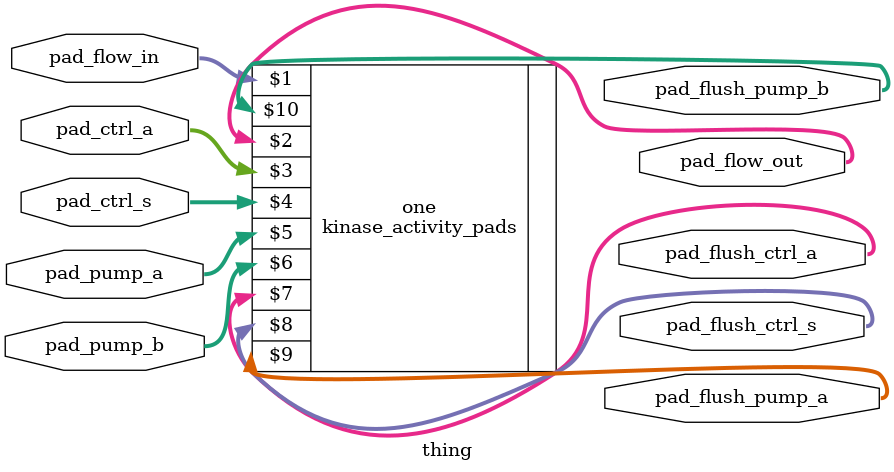
<source format=v>
module thing(
             (* type="flow" *) input [3*SIZE-1:0] pad_flow_in,
             (* type="flow" *) output [4*SIZE-1:0] pad_flow_out,
             (* type="ctrl" *) input [12:0] pad_ctrl_a,
             (* type="ctrl" *) input [3:0] pad_ctrl_s,
             (* type="ctrl" *) input [2:0] pad_pump_a,
             (* type="ctrl" *) input [1:0] pad_pump_b,
             (* type="flush" *) output [12:0] pad_flush_ctrl_a,
             (* type="flush" *) output [3:0] pad_flush_ctrl_s,
             (* type="flush" *) output [2:0] pad_flush_pump_a,
             (* type="flush" *) output [1:0] pad_flush_pump_b);
localparam SIZE = 8;
  kinase_activity_pads #(SIZE) one (
                                 pad_flow_in,
                                 pad_flow_out,
                                 pad_ctrl_a,
                                 pad_ctrl_s,
                                 pad_pump_a,
                                 pad_pump_b,
                                 pad_flush_ctrl_a,
                                 pad_flush_ctrl_s,
                                 pad_flush_pump_a,
                                 pad_flush_pump_b);
endmodule

</source>
